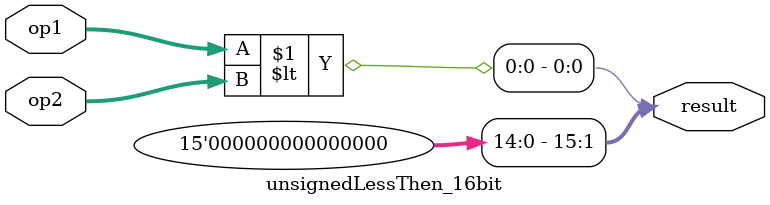
<source format=v>
module unsignedLessThen_16bit(
    op1,
    op2,
    result
);

input[15:0] op1,op2;
output[15:0] result;

assign result[0] = op1 < op2;
assign result[15:1] = {15{1'b0}};
endmodule // unsignedLessThen_16bit
</source>
